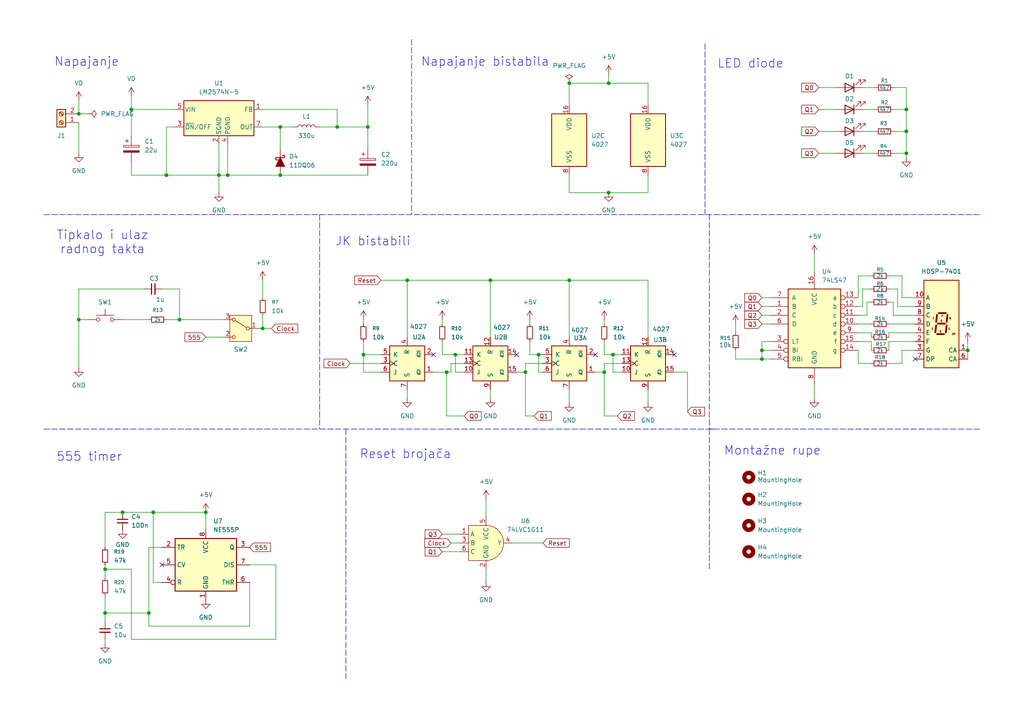
<source format=kicad_sch>
(kicad_sch (version 20250114) (generator "eeschema") (generator_version "9.0")
  (paper "A4")
  (title_block (title "BCD brojač") (date "2025-10-21") (rev "0") (company "TVZ - Tehničko Veleučilište u Zagrebu") (comment 1 "Izradio: Josip Bosnić"))
  (lib_symbols
    (symbol "4xxx:4027" (pin_names (offset 1.016))
      (property "Reference" "U" (at -7.62 8.89 0))
      (property "Value" "4027" (at -7.62 -8.89 0))
      (symbol "4027_1_1"
        (pin input line (at -7.62 2.54 0) (length 2.54) (name "J") (number "6"))
        (pin input clock (at -7.62 0 0) (length 2.54) (name "C") (number "3"))
        (pin input line (at -7.62 -2.54 0) (length 2.54) (name "K") (number "5"))
        (pin input line (at 0 7.62 270) (length 2.54) (name "S") (number "7"))
        (pin input line (at 0 -7.62 90) (length 2.54) (name "R") (number "4"))
        (pin output line (at 7.62 2.54 180) (length 2.54) (name "Q") (number "1"))
        (pin output line (at 7.62 -2.54 180) (length 2.54) (name "~{Q}") (number "2"))
      )
      (symbol "4027_2_1"
        (pin input line (at -7.62 2.54 0) (length 2.54) (name "J") (number "10"))
        (pin input clock (at -7.62 0 0) (length 2.54) (name "C") (number "13"))
        (pin input line (at -7.62 -2.54 0) (length 2.54) (name "K") (number "11"))
        (pin input line (at 0 7.62 270) (length 2.54) (name "S") (number "9"))
        (pin input line (at 0 -7.62 90) (length 2.54) (name "R") (number "12"))
        (pin output line (at 7.62 2.54 180) (length 2.54) (name "Q") (number "15"))
        (pin output line (at 7.62 -2.54 180) (length 2.54) (name "~{Q}") (number "14"))
      )
      (symbol "4027_3_0"
        (pin power_in line (at 0 10.16 270) (length 2.54) (name "VDD") (number "16"))
        (pin power_in line (at 0 -10.16 90) (length 2.54) (name "VSS") (number "8"))
      )
    )
    (symbol "74xx:74LS47" (pin_names (offset 1.016))
      (property "Reference" "U" (at -7.62 11.43 0))
      (property "Value" "74LS47" (at -7.62 -13.97 0))
      (symbol "74LS47_1_0"
        (pin input line (at -12.7 7.62 0) (length 5.08) (name "A") (number "7"))
        (pin input line (at -12.7 5.08 0) (length 5.08) (name "B") (number "1"))
        (pin input line (at -12.7 2.54 0) (length 5.08) (name "C") (number "2"))
        (pin input line (at -12.7 0 0) (length 5.08) (name "D") (number "6"))
        (pin input inverted (at -12.7 -5.08 0) (length 5.08) (name "LT") (number "3"))
        (pin input inverted (at -12.7 -7.62 0) (length 5.08) (name "BI") (number "4"))
        (pin input inverted (at -12.7 -10.16 0) (length 5.08) (name "RBI") (number "5"))
        (pin power_in line (at 0 15.24 270) (length 5.08) (name "VCC") (number "16"))
        (pin power_in line (at 0 -17.78 90) (length 5.08) (name "GND") (number "8"))
        (pin open_collector inverted (at 12.7 7.62 180) (length 5.08) (name "a") (number "13"))
        (pin open_collector inverted (at 12.7 5.08 180) (length 5.08) (name "b") (number "12"))
        (pin open_collector inverted (at 12.7 2.54 180) (length 5.08) (name "c") (number "11"))
        (pin open_collector inverted (at 12.7 0 180) (length 5.08) (name "d") (number "10"))
        (pin open_collector inverted (at 12.7 -2.54 180) (length 5.08) (name "e") (number "9"))
        (pin open_collector inverted (at 12.7 -5.08 180) (length 5.08) (name "f") (number "15"))
        (pin open_collector inverted (at 12.7 -7.62 180) (length 5.08) (name "g") (number "14"))
      )
    )
    (symbol "Connector:Screw_Terminal_01x02" (pin_names (offset 1.016) (hide yes))
      (property "Reference" "J" (at 0 2.54 0))
      (property "Value" "Screw_Terminal_01x02" (at 0 -5.08 0))
      (symbol "Screw_Terminal_01x02_1_1"
        (pin passive line (at -5.08 0 0) (length 3.81) (name "Pin_1") (number "1"))
        (pin passive line (at -5.08 -2.54 0) (length 3.81) (name "Pin_2") (number "2"))
      )
    )
    (symbol "Device:C_Polarized" (pin_numbers (hide yes)) (pin_names (offset 0.254))
      (property "Reference" "C" (at 0.635 2.54 0))
      (property "Value" "C_Polarized" (at 0.635 -2.54 0))
      (symbol "C_Polarized_1_1"
        (pin passive line (at 0 3.81 270) (length 2.794) (name "~") (number "1"))
        (pin passive line (at 0 -3.81 90) (length 2.794) (name "~") (number "2"))
      )
    )
    (symbol "Device:C_Small" (pin_numbers (hide yes)) (pin_names (offset 0.254) (hide yes))
      (property "Reference" "C" (at 0.254 1.778 0))
      (property "Value" "C_Small" (at 0.254 -2.032 0))
      (symbol "C_Small_1_1"
        (pin passive line (at 0 2.54 270) (length 2.032) (name "~") (number "1"))
        (pin passive line (at 0 -2.54 90) (length 2.032) (name "~") (number "2"))
      )
    )
    (symbol "Device:D_Schottky_Filled" (pin_numbers (hide yes)) (pin_names (offset 1.016) (hide yes))
      (property "Reference" "D" (at 0 2.54 0))
      (property "Value" "D_Schottky_Filled" (at 0 -2.54 0))
      (symbol "D_Schottky_Filled_1_1"
        (pin passive line (at -3.81 0 0) (length 2.54) (name "K") (number "1"))
        (pin passive line (at 3.81 0 180) (length 2.54) (name "A") (number "2"))
      )
    )
    (symbol "Device:L" (pin_numbers (hide yes)) (pin_names (offset 1.016) (hide yes))
      (property "Reference" "L" (at -1.27 0 90))
      (property "Value" "L" (at 1.905 0 90))
      (symbol "L_1_1"
        (pin passive line (at 0 3.81 270) (length 1.27) (name "1") (number "1"))
        (pin passive line (at 0 -3.81 90) (length 1.27) (name "2") (number "2"))
      )
    )
    (symbol "Device:LED" (pin_numbers (hide yes)) (pin_names (offset 1.016) (hide yes))
      (property "Reference" "D" (at 0 2.54 0))
      (property "Value" "LED" (at 0 -2.54 0))
      (symbol "LED_1_1"
        (pin passive line (at -3.81 0 0) (length 2.54) (name "K") (number "1"))
        (pin passive line (at 3.81 0 180) (length 2.54) (name "A") (number "2"))
      )
    )
    (symbol "Device:R_Small" (pin_numbers (hide yes)) (pin_names (offset 0.254) (hide yes))
      (property "Reference" "R" (at 0 0 90))
      (property "Value" "R_Small" (at 1.778 0 90))
      (symbol "R_Small_1_1"
        (pin passive line (at 0 2.54 270) (length 0.762) (name "~") (number "1"))
        (pin passive line (at 0 -2.54 90) (length 0.762) (name "~") (number "2"))
      )
    )
    (symbol "Display_Character:HDSP-7401"
      (property "Reference" "U" (at -3.81 13.97 0))
      (property "Value" "HDSP-7401" (at 6.35 13.97 0))
      (symbol "HDSP-7401_1_0"
        (text "E" (at -2.54 -1.397 0) (effects (font (size 0.508 0.508))))
        (text "F" (at -2.286 1.651 0) (effects (font (size 0.508 0.508))))
        (text "D" (at -0.254 -2.159 0) (effects (font (size 0.508 0.508))))
        (text "G" (at 0 0.889 0) (effects (font (size 0.508 0.508))))
        (text "A" (at 0.254 2.413 0) (effects (font (size 0.508 0.508))))
        (text "C" (at 2.286 -1.397 0) (effects (font (size 0.508 0.508))))
        (text "B" (at 2.54 1.651 0) (effects (font (size 0.508 0.508))))
        (text "DP" (at 3.556 -2.921 0) (effects (font (size 0.508 0.508))))
      )
      (symbol "HDSP-7401_1_1"
        (pin input line (at -7.62 7.62 0) (length 2.54) (name "A") (number "10"))
        (pin input line (at -7.62 5.08 0) (length 2.54) (name "B") (number "9"))
        (pin input line (at -7.62 2.54 0) (length 2.54) (name "C") (number "8"))
        (pin input line (at -7.62 0 0) (length 2.54) (name "D") (number "5"))
        (pin input line (at -7.62 -2.54 0) (length 2.54) (name "E") (number "4"))
        (pin input line (at -7.62 -5.08 0) (length 2.54) (name "F") (number "2"))
        (pin input line (at -7.62 -7.62 0) (length 2.54) (name "G") (number "3"))
        (pin input line (at -7.62 -10.16 0) (length 2.54) (name "DP") (number "7"))
        (pin input line (at 7.62 -7.62 180) (length 2.54) (name "CA") (number "1"))
        (pin input line (at 7.62 -10.16 180) (length 2.54) (name "CA") (number "6"))
      )
    )
    (symbol "Mechanical:MountingHole" (pin_names (offset 1.016)) (in_bom no)
      (property "Reference" "H" (at 0 5.08 0))
      (property "Value" "MountingHole" (at 0 3.175 0))
    )
    (symbol "Regulator_Switching:LM2574N-5" (pin_names (offset 0.254))
      (property "Reference" "U" (at -10.16 6.35 0))
      (property "Value" "LM2574N-5" (at 0 6.35 0))
      (symbol "LM2574N-5_1_1"
        (pin power_in line (at -12.7 2.54 0) (length 2.54) (name "VIN") (number "5"))
        (pin input line (at -12.7 -2.54 0) (length 2.54) (name "~{ON}/OFF") (number "3"))
        (pin no_connect line (at -10.16 0 0) (length 2.54) (hide yes) (name "NC") (number "6"))
        (pin power_in line (at 0 -7.62 90) (length 2.54) (name "SGND") (number "2"))
        (pin power_in line (at 2.54 -7.62 90) (length 2.54) (name "PGND") (number "4"))
        (pin no_connect line (at 10.16 0 180) (length 2.54) (hide yes) (name "NC") (number "8"))
        (pin input line (at 12.7 2.54 180) (length 2.54) (name "FB") (number "1"))
        (pin output line (at 12.7 -2.54 180) (length 2.54) (name "OUT") (number "7"))
      )
    )
    (symbol "SN74LVC1G11:SN74LVC1G11"
      (property "Reference" "U?" (at -5.08 2.54 0))
      (symbol "SN74LVC1G11_1_1"
        (pin input line (at -7.62 -2.54 0) (length 2.54) (name "A") (number "1"))
        (pin input line (at -7.62 -5.08 0) (length 2.54) (name "B") (number "3"))
        (pin input line (at -7.62 -7.62 0) (length 2.54) (name "C") (number "6"))
        (pin power_in line (at 0 2.54 270) (length 2.54) (name "VCC") (number "5"))
        (pin power_out line (at 0 -12.7 90) (length 2.54) (name "GND") (number "2"))
        (pin output line (at 7.62 -5.08 180) (length 2.54) (name "Y") (number "4"))
      )
    )
    (symbol "Switch:SW_Push" (pin_numbers (hide yes)) (pin_names (offset 1.016) (hide yes))
      (property "Reference" "SW" (at 1.27 2.54 0))
      (property "Value" "SW_Push" (at 0 -1.524 0))
      (symbol "SW_Push_0_1"
        (pin passive line (at -5.08 0 0) (length 2.54) (name "1") (number "1"))
        (pin passive line (at 5.08 0 180) (length 2.54) (name "2") (number "2"))
      )
    )
    (symbol "Switch:SW_SPDT_312" (pin_names (offset 1) (hide yes))
      (property "Reference" "SW" (at 0 5.08 0))
      (property "Value" "SW_SPDT_312" (at 0 -5.08 0))
      (symbol "SW_SPDT_312_1_1"
        (pin passive line (at -5.08 0 0) (length 2.54) (name "B") (number "1"))
        (pin passive line (at 5.08 2.54 180) (length 2.54) (name "A") (number "3"))
        (pin passive line (at 5.08 -2.54 180) (length 2.54) (name "C") (number "2"))
      )
    )
    (symbol "Timer:NE555P"
      (property "Reference" "U" (at -10.16 8.89 0))
      (property "Value" "NE555P" (at 2.54 8.89 0))
      (symbol "NE555P_0_0"
        (pin power_in line (at 0 10.16 270) (length 2.54) (name "VCC") (number "8"))
        (pin power_in line (at 0 -10.16 90) (length 2.54) (name "GND") (number "1"))
      )
      (symbol "NE555P_1_1"
        (pin input line (at -12.7 5.08 0) (length 3.81) (name "TR") (number "2"))
        (pin input line (at -12.7 0 0) (length 3.81) (name "CV") (number "5"))
        (pin input inverted (at -12.7 -5.08 0) (length 3.81) (name "R") (number "4"))
        (pin output line (at 12.7 5.08 180) (length 3.81) (name "Q") (number "3"))
        (pin input line (at 12.7 0 180) (length 3.81) (name "DIS") (number "7"))
        (pin input line (at 12.7 -5.08 180) (length 3.81) (name "THR") (number "6"))
      )
    )
    (symbol "power:+5V" (power) (pin_numbers (hide yes)) (pin_names (offset 0) (hide yes))
      (property "Value" "+5V" (at 0 3.556 0))
      (symbol "+5V_1_1"
        (pin power_in line (at 0 0 90) (length 0) (name "~") (number "1"))
      )
    )
    (symbol "power:GND" (power) (pin_numbers (hide yes)) (pin_names (offset 0) (hide yes))
      (property "Value" "GND" (at 0 -3.81 0))
      (symbol "GND_1_1"
        (pin power_in line (at 0 0 270) (length 0) (name "~") (number "1"))
      )
    )
    (symbol "power:PWR_FLAG" (power) (pin_numbers (hide yes)) (pin_names (offset 0) (hide yes))
      (property "Value" "PWR_FLAG" (at 0 3.81 0))
      (symbol "PWR_FLAG_0_0"
        (pin power_out line (at 0 0 90) (length 0) (name "~") (number "1"))
      )
    )
    (symbol "power:VD" (power) (pin_numbers (hide yes)) (pin_names (offset 0) (hide yes))
      (property "Value" "VD" (at 0 3.556 0))
      (symbol "VD_1_1"
        (pin power_in line (at 0 0 90) (length 0) (name "~") (number "1"))
      )
    )
  )
  (text "LED diode" (at 217.678 18.542 0) (effects (font (size 2.54 2.54))))
  (text "Tipkalo i ulaz\nradnog takta" (at 29.718 70.358 0) (effects (font (size 2.54 2.54))))
  (text "Napajanje" (at 25.146 18.034 0) (effects (font (size 2.54 2.54))))
  (text "555 timer" (at 25.908 132.588 0) (effects (font (size 2.54 2.54))))
  (text "Napajanje bistabila" (at 140.716 18.034 0) (effects (font (size 2.54 2.54))))
  (text "Reset brojača" (at 117.602 131.826 0) (effects (font (size 2.54 2.54))))
  (text "JK bistabili" (at 108.204 70.104 0) (effects (font (size 2.54 2.54))))
  (text "Montažne rupe" (at 224.028 130.81 0) (effects (font (size 2.54 2.54))))
  (junction (at 43.18 177.8))
  (junction (at 105.41 102.87))
  (junction (at 152.4 107.95))
  (junction (at 177.8 102.87))
  (junction (at 97.79 36.83))
  (junction (at 156.21 102.87))
  (junction (at 81.28 36.83))
  (junction (at 165.1 81.28))
  (junction (at 76.2 95.25))
  (junction (at 22.86 92.71))
  (junction (at 175.26 107.95))
  (junction (at 262.89 44.45))
  (junction (at 262.89 38.1))
  (junction (at 30.48 177.8))
  (junction (at 176.53 55.88))
  (junction (at 165.1 24.13))
  (junction (at 59.69 148.59))
  (junction (at 220.98 104.14))
  (junction (at 142.24 81.28))
  (junction (at 220.98 101.6))
  (junction (at 106.68 36.83))
  (junction (at 129.54 107.95))
  (junction (at 30.48 165.1))
  (junction (at 81.28 50.8))
  (junction (at 66.04 50.8))
  (junction (at 52.07 92.71))
  (junction (at 35.56 148.59))
  (junction (at 132.08 102.87))
  (junction (at 176.53 24.13))
  (junction (at 262.89 31.75))
  (junction (at 48.26 50.8))
  (junction (at 63.5 50.8))
  (junction (at 280.67 101.6))
  (junction (at 38.1 31.75))
  (junction (at 22.86 33.02))
  (junction (at 44.45 148.59))
  (junction (at 118.11 81.28))
  (no_connect (at 172.72 102.87))
  (no_connect (at 265.43 104.14))
  (no_connect (at 46.99 163.83))
  (no_connect (at 149.86 102.87))
  (no_connect (at 195.58 102.87))
  (no_connect (at 125.73 102.87))
  (wire (pts (xy 130.81 105.41) (xy 134.62 105.41)))
  (wire (pts (xy 22.86 92.71) (xy 25.4 92.71)))
  (wire (pts (xy 48.26 36.83) (xy 48.26 50.8)))
  (wire (pts (xy 153.67 92.71) (xy 153.67 93.98)))
  (wire (pts (xy 250.19 31.75) (xy 254 31.75)))
  (wire (pts (xy 22.86 29.21) (xy 22.86 33.02)))
  (wire (pts (xy 156.21 102.87) (xy 157.48 102.87)))
  (wire (pts (xy 220.98 91.44) (xy 223.52 91.44)))
  (wire (pts (xy 76.2 91.44) (xy 76.2 95.25)))
  (wire (pts (xy 43.18 177.8) (xy 43.18 181.61)))
  (wire (pts (xy 128.27 99.06) (xy 128.27 102.87)))
  (wire (pts (xy 175.26 120.65) (xy 175.26 107.95)))
  (polyline (pts (xy 12.7 124.46) (xy 284.48 124.46)) (stroke (width 0) (type dash)))
  (wire (pts (xy 165.1 24.13) (xy 176.53 24.13)))
  (wire (pts (xy 175.26 102.87) (xy 175.26 99.06)))
  (wire (pts (xy 38.1 185.42) (xy 38.1 165.1)))
  (wire (pts (xy 172.72 107.95) (xy 175.26 107.95)))
  (wire (pts (xy 80.01 163.83) (xy 80.01 185.42)))
  (wire (pts (xy 72.39 181.61) (xy 43.18 181.61)))
  (wire (pts (xy 97.79 36.83) (xy 92.71 36.83)))
  (wire (pts (xy 257.81 101.6) (xy 257.81 99.06)))
  (wire (pts (xy 110.49 81.28) (xy 118.11 81.28)))
  (wire (pts (xy 237.49 25.4) (xy 242.57 25.4)))
  (wire (pts (xy 257.81 97.79) (xy 257.81 96.52)))
  (wire (pts (xy 250.19 44.45) (xy 254 44.45)))
  (polyline (pts (xy 100.33 124.46) (xy 100.33 196.85)) (stroke (width 0) (type dash)))
  (wire (pts (xy 76.2 81.28) (xy 76.2 86.36)))
  (wire (pts (xy 129.54 120.65) (xy 134.62 120.65)))
  (wire (pts (xy 118.11 97.79) (xy 118.11 81.28)))
  (wire (pts (xy 30.48 177.8) (xy 30.48 180.34)))
  (wire (pts (xy 81.28 36.83) (xy 81.28 43.18)))
  (wire (pts (xy 213.36 104.14) (xy 220.98 104.14)))
  (wire (pts (xy 259.08 44.45) (xy 262.89 44.45)))
  (wire (pts (xy 140.97 144.78) (xy 140.97 149.86)))
  (wire (pts (xy 180.34 102.87) (xy 177.8 102.87)))
  (polyline (pts (xy 204.47 12.7) (xy 204.47 62.23)) (stroke (width 0) (type dash)))
  (wire (pts (xy 38.1 31.75) (xy 38.1 39.37)))
  (wire (pts (xy 177.8 102.87) (xy 175.26 102.87)))
  (wire (pts (xy 261.62 86.36) (xy 265.43 86.36)))
  (wire (pts (xy 153.67 99.06) (xy 153.67 102.87)))
  (wire (pts (xy 248.92 80.01) (xy 252.73 80.01)))
  (wire (pts (xy 252.73 99.06) (xy 252.73 101.6)))
  (wire (pts (xy 128.27 160.02) (xy 133.35 160.02)))
  (wire (pts (xy 30.48 165.1) (xy 30.48 167.64)))
  (wire (pts (xy 257.81 80.01) (xy 261.62 80.01)))
  (wire (pts (xy 262.89 25.4) (xy 262.89 31.75)))
  (wire (pts (xy 223.52 99.06) (xy 220.98 99.06)))
  (wire (pts (xy 259.08 87.63) (xy 257.81 87.63)))
  (wire (pts (xy 128.27 154.94) (xy 133.35 154.94)))
  (wire (pts (xy 250.19 25.4) (xy 254 25.4)))
  (wire (pts (xy 106.68 36.83) (xy 106.68 43.18)))
  (wire (pts (xy 128.27 92.71) (xy 128.27 93.98)))
  (wire (pts (xy 257.81 96.52) (xy 265.43 96.52)))
  (wire (pts (xy 72.39 163.83) (xy 80.01 163.83)))
  (wire (pts (xy 259.08 87.63) (xy 259.08 91.44)))
  (wire (pts (xy 237.49 44.45) (xy 242.57 44.45)))
  (wire (pts (xy 262.89 31.75) (xy 262.89 38.1)))
  (wire (pts (xy 176.53 24.13) (xy 187.96 24.13)))
  (wire (pts (xy 213.36 101.6) (xy 213.36 104.14)))
  (wire (pts (xy 48.26 50.8) (xy 63.5 50.8)))
  (wire (pts (xy 130.81 157.48) (xy 133.35 157.48)))
  (wire (pts (xy 262.89 38.1) (xy 262.89 44.45)))
  (wire (pts (xy 132.08 107.95) (xy 132.08 102.87)))
  (wire (pts (xy 142.24 81.28) (xy 165.1 81.28)))
  (wire (pts (xy 220.98 86.36) (xy 223.52 86.36)))
  (wire (pts (xy 261.62 80.01) (xy 261.62 86.36)))
  (wire (pts (xy 35.56 148.59) (xy 44.45 148.59)))
  (wire (pts (xy 252.73 96.52) (xy 252.73 97.79)))
  (wire (pts (xy 156.21 107.95) (xy 157.48 107.95)))
  (wire (pts (xy 48.26 92.71) (xy 52.07 92.71)))
  (wire (pts (xy 30.48 177.8) (xy 43.18 177.8)))
  (wire (pts (xy 187.96 24.13) (xy 187.96 30.48)))
  (wire (pts (xy 248.92 105.41) (xy 248.92 101.6)))
  (wire (pts (xy 22.86 35.56) (xy 22.86 44.45)))
  (wire (pts (xy 248.92 96.52) (xy 252.73 96.52)))
  (wire (pts (xy 30.48 148.59) (xy 35.56 148.59)))
  (wire (pts (xy 38.1 46.99) (xy 38.1 50.8)))
  (wire (pts (xy 63.5 50.8) (xy 63.5 55.88)))
  (wire (pts (xy 66.04 50.8) (xy 81.28 50.8)))
  (wire (pts (xy 140.97 165.1) (xy 140.97 168.91)))
  (wire (pts (xy 130.81 107.95) (xy 129.54 107.95)))
  (wire (pts (xy 165.1 50.8) (xy 165.1 55.88)))
  (wire (pts (xy 105.41 107.95) (xy 105.41 102.87)))
  (wire (pts (xy 74.93 95.25) (xy 76.2 95.25)))
  (wire (pts (xy 134.62 107.95) (xy 132.08 107.95)))
  (wire (pts (xy 129.54 120.65) (xy 129.54 107.95)))
  (wire (pts (xy 248.92 99.06) (xy 252.73 99.06)))
  (wire (pts (xy 46.99 168.91) (xy 44.45 168.91)))
  (wire (pts (xy 52.07 92.71) (xy 64.77 92.71)))
  (wire (pts (xy 251.46 87.63) (xy 252.73 87.63)))
  (wire (pts (xy 81.28 36.83) (xy 85.09 36.83)))
  (wire (pts (xy 248.92 91.44) (xy 251.46 91.44)))
  (polyline (pts (xy 119.38 11.43) (xy 119.38 62.23)) (stroke (width 0) (type dash)))
  (wire (pts (xy 176.53 21.59) (xy 176.53 24.13)))
  (wire (pts (xy 80.01 185.42) (xy 38.1 185.42)))
  (wire (pts (xy 105.41 99.06) (xy 105.41 102.87)))
  (wire (pts (xy 30.48 158.75) (xy 30.48 148.59)))
  (wire (pts (xy 130.81 107.95) (xy 130.81 105.41)))
  (wire (pts (xy 154.94 120.65) (xy 152.4 120.65)))
  (wire (pts (xy 152.4 120.65) (xy 152.4 107.95)))
  (wire (pts (xy 280.67 101.6) (xy 280.67 104.14)))
  (wire (pts (xy 46.99 83.82) (xy 52.07 83.82)))
  (wire (pts (xy 237.49 31.75) (xy 242.57 31.75)))
  (wire (pts (xy 165.1 113.03) (xy 165.1 116.84)))
  (wire (pts (xy 257.81 83.82) (xy 260.35 83.82)))
  (wire (pts (xy 153.67 102.87) (xy 156.21 102.87)))
  (wire (pts (xy 165.1 30.48) (xy 165.1 24.13)))
  (wire (pts (xy 30.48 185.42) (xy 30.48 186.69)))
  (wire (pts (xy 220.98 93.98) (xy 223.52 93.98)))
  (wire (pts (xy 220.98 88.9) (xy 223.52 88.9)))
  (wire (pts (xy 156.21 102.87) (xy 156.21 107.95)))
  (wire (pts (xy 142.24 81.28) (xy 142.24 97.79)))
  (wire (pts (xy 250.19 83.82) (xy 252.73 83.82)))
  (wire (pts (xy 187.96 55.88) (xy 187.96 50.8)))
  (wire (pts (xy 236.22 111.76) (xy 236.22 115.57)))
  (wire (pts (xy 110.49 107.95) (xy 105.41 107.95)))
  (wire (pts (xy 257.81 105.41) (xy 261.62 105.41)))
  (wire (pts (xy 43.18 158.75) (xy 43.18 177.8)))
  (wire (pts (xy 118.11 113.03) (xy 118.11 115.57)))
  (wire (pts (xy 236.22 73.66) (xy 236.22 78.74)))
  (wire (pts (xy 59.69 148.59) (xy 59.69 153.67)))
  (wire (pts (xy 105.41 102.87) (xy 110.49 102.87)))
  (wire (pts (xy 175.26 105.41) (xy 180.34 105.41)))
  (wire (pts (xy 220.98 101.6) (xy 223.52 101.6)))
  (wire (pts (xy 250.19 88.9) (xy 250.19 83.82)))
  (wire (pts (xy 22.86 106.68) (xy 22.86 92.71)))
  (wire (pts (xy 38.1 165.1) (xy 30.48 165.1)))
  (wire (pts (xy 165.1 81.28) (xy 187.96 81.28)))
  (wire (pts (xy 97.79 36.83) (xy 106.68 36.83)))
  (wire (pts (xy 257.81 99.06) (xy 265.43 99.06)))
  (wire (pts (xy 38.1 50.8) (xy 48.26 50.8)))
  (polyline (pts (xy 92.71 62.23) (xy 92.71 124.46)) (stroke (width 0) (type dash)))
  (wire (pts (xy 251.46 91.44) (xy 251.46 87.63)))
  (wire (pts (xy 142.24 113.03) (xy 142.24 115.57)))
  (polyline (pts (xy 205.74 62.23) (xy 205.74 124.46)) (stroke (width 0) (type dash)))
  (wire (pts (xy 250.19 38.1) (xy 254 38.1)))
  (wire (pts (xy 128.27 102.87) (xy 132.08 102.87)))
  (wire (pts (xy 259.08 91.44) (xy 265.43 91.44)))
  (wire (pts (xy 260.35 88.9) (xy 265.43 88.9)))
  (wire (pts (xy 213.36 93.98) (xy 213.36 96.52)))
  (wire (pts (xy 175.26 107.95) (xy 175.26 105.41)))
  (wire (pts (xy 199.39 107.95) (xy 195.58 107.95)))
  (wire (pts (xy 44.45 148.59) (xy 59.69 148.59)))
  (polyline (pts (xy 12.7 62.23) (xy 284.48 62.23)) (stroke (width 0) (type dash)))
  (wire (pts (xy 105.41 92.71) (xy 105.41 93.98)))
  (wire (pts (xy 261.62 105.41) (xy 261.62 101.6)))
  (wire (pts (xy 199.39 119.38) (xy 199.39 107.95)))
  (wire (pts (xy 220.98 99.06) (xy 220.98 101.6)))
  (wire (pts (xy 132.08 102.87) (xy 134.62 102.87)))
  (wire (pts (xy 41.91 83.82) (xy 22.86 83.82)))
  (wire (pts (xy 81.28 50.8) (xy 106.68 50.8)))
  (wire (pts (xy 187.96 113.03) (xy 187.96 116.84)))
  (wire (pts (xy 259.08 38.1) (xy 262.89 38.1)))
  (wire (pts (xy 35.56 92.71) (xy 43.18 92.71)))
  (wire (pts (xy 101.6 105.41) (xy 110.49 105.41)))
  (wire (pts (xy 50.8 36.83) (xy 48.26 36.83)))
  (wire (pts (xy 259.08 25.4) (xy 262.89 25.4)))
  (wire (pts (xy 46.99 158.75) (xy 43.18 158.75)))
  (wire (pts (xy 280.67 99.06) (xy 280.67 101.6)))
  (wire (pts (xy 257.81 93.98) (xy 265.43 93.98)))
  (wire (pts (xy 262.89 44.45) (xy 262.89 45.72)))
  (wire (pts (xy 176.53 55.88) (xy 187.96 55.88)))
  (wire (pts (xy 52.07 83.82) (xy 52.07 92.71)))
  (wire (pts (xy 44.45 148.59) (xy 44.45 168.91)))
  (wire (pts (xy 118.11 81.28) (xy 142.24 81.28)))
  (wire (pts (xy 30.48 163.83) (xy 30.48 165.1)))
  (wire (pts (xy 22.86 83.82) (xy 22.86 92.71)))
  (wire (pts (xy 66.04 41.91) (xy 66.04 50.8)))
  (wire (pts (xy 63.5 50.8) (xy 66.04 50.8)))
  (wire (pts (xy 165.1 55.88) (xy 176.53 55.88)))
  (wire (pts (xy 152.4 107.95) (xy 152.4 105.41)))
  (wire (pts (xy 259.08 31.75) (xy 262.89 31.75)))
  (wire (pts (xy 179.07 120.65) (xy 175.26 120.65)))
  (wire (pts (xy 187.96 81.28) (xy 187.96 97.79)))
  (wire (pts (xy 59.69 97.79) (xy 64.77 97.79)))
  (wire (pts (xy 175.26 92.71) (xy 175.26 93.98)))
  (wire (pts (xy 261.62 101.6) (xy 265.43 101.6)))
  (wire (pts (xy 165.1 81.28) (xy 165.1 97.79)))
  (wire (pts (xy 220.98 101.6) (xy 220.98 104.14)))
  (wire (pts (xy 177.8 107.95) (xy 180.34 107.95)))
  (wire (pts (xy 252.73 105.41) (xy 248.92 105.41)))
  (polyline (pts (xy 205.74 124.46) (xy 205.74 165.1)) (stroke (width 0) (type dash)))
  (wire (pts (xy 30.48 172.72) (xy 30.48 177.8)))
  (wire (pts (xy 248.92 86.36) (xy 248.92 80.01)))
  (polyline (pts (xy 205.74 124.46) (xy 207.01 124.46)) (stroke (width 0) (type dash)))
  (wire (pts (xy 148.59 157.48) (xy 157.48 157.48)))
  (wire (pts (xy 97.79 31.75) (xy 97.79 36.83)))
  (wire (pts (xy 248.92 88.9) (xy 250.19 88.9)))
  (wire (pts (xy 106.68 30.48) (xy 106.68 36.83)))
  (wire (pts (xy 152.4 105.41) (xy 157.48 105.41)))
  (wire (pts (xy 177.8 102.87) (xy 177.8 107.95)))
  (wire (pts (xy 76.2 31.75) (xy 97.79 31.75)))
  (wire (pts (xy 237.49 38.1) (xy 242.57 38.1)))
  (wire (pts (xy 72.39 168.91) (xy 72.39 181.61)))
  (wire (pts (xy 129.54 107.95) (xy 125.73 107.95)))
  (wire (pts (xy 260.35 83.82) (xy 260.35 88.9)))
  (wire (pts (xy 76.2 95.25) (xy 78.74 95.25)))
  (wire (pts (xy 50.8 31.75) (xy 38.1 31.75)))
  (wire (pts (xy 248.92 93.98) (xy 252.73 93.98)))
  (wire (pts (xy 63.5 41.91) (xy 63.5 50.8)))
  (wire (pts (xy 22.86 33.02) (xy 25.4 33.02)))
  (wire (pts (xy 76.2 36.83) (xy 81.28 36.83)))
  (wire (pts (xy 38.1 27.94) (xy 38.1 31.75)))
  (wire (pts (xy 220.98 104.14) (xy 223.52 104.14)))
  (wire (pts (xy 152.4 107.95) (xy 149.86 107.95)))
  (global_label "Q0" (shape input) (at 134.62 120.65 0) (property "Intersheetrefs" "${INTERSHEET_REFS}" (effects (hide yes))))
  (global_label "Q2" (shape input) (at 179.07 120.65 0) (property "Intersheetrefs" "${INTERSHEET_REFS}" (effects (hide yes))))
  (global_label "Q0" (shape input) (at 237.49 25.4 180) (property "Intersheetrefs" "${INTERSHEET_REFS}" (effects (hide yes))))
  (global_label "Q1" (shape input) (at 128.27 160.02 180) (property "Intersheetrefs" "${INTERSHEET_REFS}" (effects (hide yes))))
  (global_label "Q1" (shape input) (at 237.49 31.75 180) (property "Intersheetrefs" "${INTERSHEET_REFS}" (effects (hide yes))))
  (global_label "Q1" (shape input) (at 220.98 88.9 180) (property "Intersheetrefs" "${INTERSHEET_REFS}" (effects (hide yes))))
  (global_label "Clock" (shape input) (at 130.81 157.48 180) (property "Intersheetrefs" "${INTERSHEET_REFS}" (effects (hide yes))))
  (global_label "Reset" (shape input) (at 110.49 81.28 180) (property "Intersheetrefs" "${INTERSHEET_REFS}" (effects (hide yes))))
  (global_label "Q2" (shape input) (at 237.49 38.1 180) (property "Intersheetrefs" "${INTERSHEET_REFS}" (effects (hide yes))))
  (global_label "Q2" (shape input) (at 220.98 91.44 180) (property "Intersheetrefs" "${INTERSHEET_REFS}" (effects (hide yes))))
  (global_label "Q3" (shape input) (at 220.98 93.98 180) (property "Intersheetrefs" "${INTERSHEET_REFS}" (effects (hide yes))))
  (global_label "Reset" (shape input) (at 157.48 157.48 0) (property "Intersheetrefs" "${INTERSHEET_REFS}" (effects (hide yes))))
  (global_label "Q0" (shape input) (at 220.98 86.36 180) (property "Intersheetrefs" "${INTERSHEET_REFS}" (effects (hide yes))))
  (global_label "Q1" (shape input) (at 154.94 120.65 0) (property "Intersheetrefs" "${INTERSHEET_REFS}" (effects (hide yes))))
  (global_label "555" (shape input) (at 72.39 158.75 0) (property "Intersheetrefs" "${INTERSHEET_REFS}" (effects (hide yes))))
  (global_label "Clock" (shape input) (at 78.74 95.25 0) (property "Intersheetrefs" "${INTERSHEET_REFS}" (effects (hide yes))))
  (global_label "Q3" (shape input) (at 237.49 44.45 180) (property "Intersheetrefs" "${INTERSHEET_REFS}" (effects (hide yes))))
  (global_label "555" (shape input) (at 59.69 97.79 180) (property "Intersheetrefs" "${INTERSHEET_REFS}" (effects (hide yes))))
  (global_label "Q3" (shape input) (at 199.39 119.38 0) (property "Intersheetrefs" "${INTERSHEET_REFS}" (effects (hide yes))))
  (global_label "Q3" (shape input) (at 128.27 154.94 180) (property "Intersheetrefs" "${INTERSHEET_REFS}" (effects (hide yes))))
  (global_label "Clock" (shape input) (at 101.6 105.41 180) (property "Intersheetrefs" "${INTERSHEET_REFS}" (effects (hide yes))))
  (symbol (lib_id "Switch:SW_Push") (at 30.48 92.71 0) (unit 1)
    (property "Reference" "SW1" (at 30.48 87.63 0))
    (property "Value" "SW_Push" (effects (hide yes)))
    (property "Footprint" "Button_Switch_THT:SW_PUSH_6mm_H4.3mm" (effects (hide yes)))
    (property "Description" "Push button switch, generic, two pins" (effects (hide yes)))
    (property "Manufacturer " "microswitch TACT " (effects (hide yes)))
    (property "Manufacturer Part Number " "TACT-64N-F " (effects (hide yes)))
  )
  (symbol (lib_id "Device:LED") (at 246.38 44.45 180) (unit 1)
    (property "Reference" "D5" (at 246.38 41.402 0))
    (property "Value" "LED" (effects (hide yes)))
    (property "Description" "Light emitting diode" (effects (hide yes)))
    (property "Sim.Pins" "1=K 2=A" (effects (hide yes)))
  )
  (symbol (lib_id "power:+5V") (at 105.41 92.71 0) (unit 1)
    (property "Reference" "#PWR021" (effects (hide yes)))
    (property "Value" "+5V" (at 105.41 87.63 0))
    (property "Description" "Power symbol creates a global label with name \"+5V\"" (effects (hide yes)))
  )
  (symbol (lib_id "power:GND") (at 22.86 44.45 0) (unit 1)
    (property "Reference" "#PWR09" (effects (hide yes)))
    (property "Value" "GND" (at 22.86 49.53 0))
    (property "Description" "Power symbol creates a global label with name \"GND\" , ground" (effects (hide yes)))
  )
  (symbol (lib_id "power:GND") (at 30.48 186.69 0) (unit 1)
    (property "Reference" "#PWR03" (effects (hide yes)))
    (property "Value" "GND" (at 30.48 191.77 0))
    (property "Description" "Power symbol creates a global label with name \"GND\" , ground" (effects (hide yes)))
  )
  (symbol (lib_id "power:+5V") (at 59.69 148.59 0) (unit 1)
    (property "Reference" "#PWR02" (effects (hide yes)))
    (property "Value" "+5V" (at 59.69 143.51 0))
    (property "Description" "Power symbol creates a global label with name \"+5V\"" (effects (hide yes)))
  )
  (symbol (lib_id "power:GND") (at 35.56 153.67 0) (unit 1)
    (property "Reference" "#PWR04" (effects (hide yes)))
    (property "Value" "GND" (at 35.56 157.988 0))
    (property "Description" "Power symbol creates a global label with name \"GND\" , ground" (effects (hide yes)))
  )
  (symbol (lib_id "power:GND") (at 59.69 173.99 0) (unit 1)
    (property "Reference" "#PWR01" (effects (hide yes)))
    (property "Value" "GND" (at 59.69 179.07 0))
    (property "Description" "Power symbol creates a global label with name \"GND\" , ground" (effects (hide yes)))
  )
  (symbol (lib_id "Device:LED") (at 246.38 25.4 180) (unit 1)
    (property "Reference" "D1" (at 246.38 22.098 0))
    (property "Value" "LED" (effects (hide yes)))
    (property "Description" "Light emitting diode" (effects (hide yes)))
    (property "Sim.Pins" "1=K 2=A" (effects (hide yes)))
  )
  (symbol (lib_id "Mechanical:MountingHole") (at 217.17 138.43 0) (unit 1) (in_bom no)
    (property "Reference" "H1" (at 219.71 137.1599 0) (effects (justify left)))
    (property "Value" "MountingHole" (at 219.71 139.192 0) (effects (justify left)))
    (property "Description" "Mounting Hole without connection" (effects (hide yes)))
  )
  (symbol (lib_id "power:VD") (at 38.1 27.94 0) (unit 1)
    (property "Reference" "#PWR08" (effects (hide yes)))
    (property "Value" "VD" (at 38.1 22.86 0))
    (property "Description" "Power symbol creates a global label with name \"VD\"" (effects (hide yes)))
  )
  (symbol (lib_id "Device:R_Small") (at 45.72 92.71 90) (unit 1)
    (property "Reference" "R13" (at 45.72 89.916 90) (effects (font (size 1.016 1.016))))
    (property "Value" "2k" (at 45.72 92.71 90) (effects (font (size 1.016 1.016))))
    (property "Footprint" "Resistor_SMD:R_1206_3216Metric_Pad1.30x1.75mm_HandSolder" (effects (hide yes)))
    (property "Description" "Resistor, small symbol" (effects (hide yes)))
    (property "Manufacturer" "ROYALOHM " (effects (hide yes)))
    (property "Manufacturer Part Number " "1206S4F2001T5E " (effects (hide yes)))
  )
  (symbol (lib_id "power:GND") (at 236.22 115.57 0) (unit 1)
    (property "Reference" "#PWR026" (effects (hide yes)))
    (property "Value" "GND" (at 236.22 120.65 0))
    (property "Description" "Power symbol creates a global label with name \"GND\" , ground" (effects (hide yes)))
  )
  (symbol (lib_id "4xxx:4027") (at 165.1 105.41 0) (mirror x) (unit 1)
    (property "Reference" "U3" (at 166.37 98.044 0) (effects (justify left)))
    (property "Value" "4027" (at 165.608 95.758 0) (effects (justify left)))
    (property "Datasheet" "http://www.intersil.com/content/dam/Intersil/documents/cd40/cd4027bms.pdf" (effects (hide yes)))
    (property "Description" "Dual JK FlipFlop, set & reset" (effects (hide yes)))
  )
  (symbol (lib_id "Device:C_Polarized") (at 38.1 43.18 0) (unit 1)
    (property "Reference" "C1" (at 41.91 41.0209 0) (effects (justify left)))
    (property "Value" "22u" (at 41.91 43.5609 0) (effects (justify left)))
    (property "Footprint" "Capacitor_THT:CP_Radial_D5.0mm_P2.00mm" (effects (hide yes)))
    (property "Description" "Polarized capacitor" (effects (hide yes)))
    (property "Manufacturer " "AISHI " (effects (hide yes)))
    (property "Manufacturer Part Number " "EWH1EM220D11OT " (effects (hide yes)))
  )
  (symbol (lib_id "power:+5V") (at 153.67 92.71 0) (unit 1)
    (property "Reference" "#PWR023" (effects (hide yes)))
    (property "Value" "+5V" (at 153.67 87.63 0))
    (property "Description" "Power symbol creates a global label with name \"+5V\"" (effects (hide yes)))
  )
  (symbol (lib_id "4xxx:4027") (at 187.96 105.41 0) (mirror x) (unit 2)
    (property "Reference" "U3" (at 189.484 98.552 0) (effects (justify left)))
    (property "Value" "4027" (at 189.23 95.504 0) (effects (justify left)))
    (property "Datasheet" "http://www.intersil.com/content/dam/Intersil/documents/cd40/cd4027bms.pdf" (effects (hide yes)))
    (property "Description" "Dual JK FlipFlop, set & reset" (effects (hide yes)))
  )
  (symbol (lib_id "Device:R_Small") (at 76.2 88.9 0) (unit 1)
    (property "Reference" "R7" (at 78.74 87.6299 0) (effects (font (size 1.016 1.016)) (justify left)))
    (property "Value" "10k" (at 78.74 90.1699 0) (effects (justify left)))
    (property "Footprint" "Resistor_SMD:R_1206_3216Metric_Pad1.30x1.75mm_HandSolder" (effects (hide yes)))
    (property "Description" "Resistor, small symbol" (effects (hide yes)))
  )
  (symbol (lib_id "Device:C_Small") (at 30.48 182.88 0) (unit 1)
    (property "Reference" "C5" (at 33.02 181.6162 0) (effects (justify left)))
    (property "Value" "10u" (at 33.02 184.1562 0) (effects (justify left)))
    (property "Footprint" "Capacitor_SMD:C_1206_3216Metric_Pad1.33x1.80mm_HandSolder" (effects (hide yes)))
    (property "Description" "Unpolarized capacitor, small symbol" (effects (hide yes)))
    (property "Manufacturer" "SAMSUNG " (effects (hide yes)))
    (property "Manufacturer Part Number" "CL31A106KBHNNNE " (effects (hide yes)))
  )
  (symbol (lib_id "Device:R_Small") (at 30.48 170.18 0) (unit 1)
    (property "Reference" "R20" (at 33.02 168.9099 0) (effects (font (size 1.016 1.016)) (justify left)))
    (property "Value" "47k" (at 33.02 171.4499 0) (effects (justify left)))
    (property "Footprint" "Resistor_SMD:R_1206_3216Metric_Pad1.30x1.75mm_HandSolder" (effects (hide yes)))
    (property "Description" "Resistor, small symbol" (effects (hide yes)))
    (property "Manufacturer" "ROYALOHM" (effects (hide yes)))
    (property "Manufacturer Part Number" "1206S4J0473T5E " (effects (hide yes)))
  )
  (symbol (lib_id "power:+5V") (at 176.53 21.59 0) (unit 1)
    (property "Reference" "#PWR015" (effects (hide yes)))
    (property "Value" "+5V" (at 176.53 16.51 0))
    (property "Description" "Power symbol creates a global label with name \"+5V\"" (effects (hide yes)))
  )
  (symbol (lib_id "power:+5V") (at 106.68 30.48 0) (unit 1)
    (property "Reference" "#PWR011" (effects (hide yes)))
    (property "Value" "+5V" (at 106.68 25.4 0))
    (property "Description" "Power symbol creates a global label with name \"+5V\"" (effects (hide yes)))
  )
  (symbol (lib_id "Device:R_Small") (at 153.67 96.52 0) (unit 1)
    (property "Reference" "R11" (at 156.21 95.2499 0) (effects (font (size 1.016 1.016)) (justify left)))
    (property "Value" "10k" (at 156.21 97.7899 0) (effects (justify left)))
    (property "Footprint" "Resistor_SMD:R_1206_3216Metric_Pad1.30x1.75mm_HandSolder" (effects (hide yes)))
    (property "Description" "Resistor, small symbol" (effects (hide yes)))
  )
  (symbol (lib_id "power:+5V") (at 236.22 73.66 0) (unit 1)
    (property "Reference" "#PWR025" (effects (hide yes)))
    (property "Value" "+5V" (at 236.22 68.58 0))
    (property "Description" "Power symbol creates a global label with name \"+5V\"" (effects (hide yes)))
  )
  (symbol (lib_id "Device:R_Small") (at 128.27 96.52 0) (unit 1)
    (property "Reference" "R10" (at 130.81 95.2499 0) (effects (font (size 1.016 1.016)) (justify left)))
    (property "Value" "10k" (at 130.81 97.7899 0) (effects (justify left)))
    (property "Footprint" "Resistor_SMD:R_1206_3216Metric_Pad1.30x1.75mm_HandSolder" (effects (hide yes)))
    (property "Description" "Resistor, small symbol" (effects (hide yes)))
  )
  (symbol (lib_id "Mechanical:MountingHole") (at 217.17 152.4 0) (unit 1) (in_bom no)
    (property "Reference" "H3" (at 219.71 151.1299 0) (effects (justify left)))
    (property "Value" "MountingHole" (at 219.71 153.6699 0) (effects (justify left)))
    (property "Description" "Mounting Hole without connection" (effects (hide yes)))
  )
  (symbol (lib_id "power:GND") (at 22.86 106.68 0) (unit 1)
    (property "Reference" "#PWR05" (effects (hide yes)))
    (property "Value" "GND" (at 22.86 111.76 0))
    (property "Description" "Power symbol creates a global label with name \"GND\" , ground" (effects (hide yes)))
  )
  (symbol (lib_id "Device:R_Small") (at 255.27 80.01 90) (mirror x) (unit 1)
    (property "Reference" "R5" (at 255.27 78.232 90) (effects (font (size 1.016 1.016))))
    (property "Value" "2k" (at 255.27 80.01 90) (effects (font (size 1.016 1.016))))
    (property "Description" "Resistor, small symbol" (effects (hide yes)))
  )
  (symbol (lib_id "power:+5V") (at 76.2 81.28 0) (unit 1)
    (property "Reference" "#PWR06" (effects (hide yes)))
    (property "Value" "+5V" (at 76.2 76.2 0))
    (property "Description" "Power symbol creates a global label with name \"+5V\"" (effects (hide yes)))
  )
  (symbol (lib_id "Device:C_Small") (at 35.56 151.13 0) (unit 1)
    (property "Reference" "C4" (at 38.1 149.8662 0) (effects (justify left)))
    (property "Value" "100n" (at 38.1 152.4062 0) (effects (justify left)))
    (property "Footprint" "Capacitor_SMD:C_1206_3216Metric_Pad1.33x1.80mm_HandSolder" (effects (hide yes)))
    (property "Description" "Unpolarized capacitor, small symbol" (effects (hide yes)))
    (property "Manufacturer " "SAMSUNG " (effects (hide yes)))
    (property "Manufacturer Part Number " "CL31B104KBCNNNC " (effects (hide yes)))
  )
  (symbol (lib_id "Device:R_Small") (at 256.54 38.1 90) (unit 1)
    (property "Reference" "R3" (at 256.286 35.814 90) (effects (font (size 1.016 1.016))))
    (property "Value" "4k7" (at 256.54 38.1 90) (effects (font (size 1.016 1.016))))
    (property "Description" "Resistor, small symbol" (effects (hide yes)))
  )
  (symbol (lib_id "power:GND") (at 165.1 116.84 0) (unit 1)
    (property "Reference" "#PWR019" (effects (hide yes)))
    (property "Value" "GND" (at 165.1 121.92 0))
    (property "Description" "Power symbol creates a global label with name \"GND\" , ground" (effects (hide yes)))
  )
  (symbol (lib_id "power:GND") (at 262.89 45.72 0) (unit 1)
    (property "Reference" "#PWR012" (effects (hide yes)))
    (property "Value" "GND" (at 262.89 50.8 0))
    (property "Description" "Power symbol creates a global label with name \"GND\" , ground" (effects (hide yes)))
  )
  (symbol (lib_id "Device:R_Small") (at 255.27 93.98 90) (unit 1)
    (property "Reference" "R14" (at 255.2318 92.3775 90) (effects (font (size 1.016 1.016))))
    (property "Value" "2k" (at 255.27 93.98 90) (effects (font (size 1.016 1.016))))
    (property "Description" "Resistor, small symbol" (effects (hide yes)))
  )
  (symbol (lib_id "power:GND") (at 142.24 115.57 0) (unit 1)
    (property "Reference" "#PWR018" (effects (hide yes)))
    (property "Value" "GND" (at 142.24 120.65 0))
    (property "Description" "Power symbol creates a global label with name \"GND\" , ground" (effects (hide yes)))
  )
  (symbol (lib_id "Device:R_Small") (at 255.27 101.6 90) (unit 1)
    (property "Reference" "R17" (at 255.524 99.822 90) (effects (font (size 1.016 1.016))))
    (property "Value" "2k" (at 255.27 101.6 90) (effects (font (size 1.016 1.016))))
    (property "Description" "Resistor, small symbol" (effects (hide yes)))
  )
  (symbol (lib_id "74xx:74LS47") (at 236.22 93.98 0) (unit 1)
    (property "Reference" "U4" (at 238.3633 78.74 0) (effects (justify left)))
    (property "Value" "74LS47" (at 238.3633 81.28 0) (effects (justify left)))
    (property "Datasheet" "http://www.ti.com/lit/gpn/sn74LS47" (effects (hide yes)))
    (property "Description" "BCD to 7-segment Driver, Open Collector, 30V outputs" (effects (hide yes)))
  )
  (symbol (lib_id "power:GND") (at 176.53 55.88 0) (unit 1)
    (property "Reference" "#PWR016" (effects (hide yes)))
    (property "Value" "GND" (at 176.53 60.96 0))
    (property "Description" "Power symbol creates a global label with name \"GND\" , ground" (effects (hide yes)))
  )
  (symbol (lib_id "Mechanical:MountingHole") (at 217.17 160.02 0) (unit 1) (in_bom no)
    (property "Reference" "H4" (at 219.71 158.7499 0) (effects (justify left)))
    (property "Value" "MountingHole" (at 219.71 161.2899 0) (effects (justify left)))
    (property "Description" "Mounting Hole without connection" (effects (hide yes)))
  )
  (symbol (lib_id "Device:LED") (at 246.38 38.1 180) (unit 1)
    (property "Reference" "D3" (at 246.38 35.052 0))
    (property "Value" "LED" (effects (hide yes)))
    (property "Description" "Light emitting diode" (effects (hide yes)))
    (property "Sim.Pins" "1=K 2=A" (effects (hide yes)))
  )
  (symbol (lib_id "Device:R_Small") (at 256.54 25.4 90) (unit 1)
    (property "Reference" "R1" (at 256.54 23.368 90) (effects (font (size 1.016 1.016))))
    (property "Value" "4k7" (at 256.54 25.4 90) (effects (font (size 1.016 1.016))))
    (property "Description" "Resistor, small symbol" (effects (hide yes)))
  )
  (symbol (lib_id "Device:C_Small") (at 44.45 83.82 90) (unit 1)
    (property "Reference" "C3" (at 44.704 80.772 90))
    (property "Value" "1u" (at 46.482 86.868 90))
    (property "Footprint" "Capacitor_SMD:C_1206_3216Metric_Pad1.33x1.80mm_HandSolder" (effects (hide yes)))
    (property "Description" "Unpolarized capacitor, small symbol" (effects (hide yes)))
    (property "Manufacturer " "SAMSUNG " (effects (hide yes)))
    (property "Manufacturer Part Number " "CL31B105KBHNNNE " (effects (hide yes)))
  )
  (symbol (lib_id "power:+5V") (at 175.26 92.71 0) (unit 1)
    (property "Reference" "#PWR024" (effects (hide yes)))
    (property "Value" "+5V" (at 175.26 87.63 0))
    (property "Description" "Power symbol creates a global label with name \"+5V\"" (effects (hide yes)))
  )
  (symbol (lib_id "Device:R_Small") (at 255.27 83.82 90) (unit 1)
    (property "Reference" "R6" (at 255.27 82.296 90) (effects (font (size 1.016 1.016))))
    (property "Value" "2k" (at 255.27 83.82 90))
    (property "Description" "Resistor, small symbol" (effects (hide yes)))
  )
  (symbol (lib_id "Device:R_Small") (at 256.54 44.45 90) (unit 1)
    (property "Reference" "R4" (at 256.286 42.418 90) (effects (font (size 1.016 1.016))))
    (property "Value" "4k7" (at 256.54 44.45 90) (effects (font (size 1.016 1.016))))
    (property "Description" "Resistor, small symbol" (effects (hide yes)))
  )
  (symbol (lib_id "Device:R_Small") (at 255.27 97.79 90) (unit 1)
    (property "Reference" "R16" (at 255.27 96.266 90) (effects (font (size 1.016 1.016))))
    (property "Value" "2k" (at 255.27 97.79 90) (effects (font (size 1.016 1.016))))
    (property "Description" "Resistor, small symbol" (effects (hide yes)))
  )
  (symbol (lib_id "power:GND") (at 63.5 55.88 0) (unit 1)
    (property "Reference" "#PWR07" (effects (hide yes)))
    (property "Value" "GND" (at 63.5 60.96 0))
    (property "Description" "Power symbol creates a global label with name \"GND\" , ground" (effects (hide yes)))
  )
  (symbol (lib_id "Device:R_Small") (at 175.26 96.52 0) (unit 1)
    (property "Reference" "R12" (at 177.8 95.2499 0) (effects (font (size 1.016 1.016)) (justify left)))
    (property "Value" "10k" (at 177.8 97.7899 0) (effects (justify left)))
    (property "Footprint" "Resistor_SMD:R_1206_3216Metric_Pad1.30x1.75mm_HandSolder" (effects (hide yes)))
    (property "Description" "Resistor, small symbol" (effects (hide yes)))
  )
  (symbol (lib_id "Device:R_Small") (at 255.27 105.41 90) (unit 1)
    (property "Reference" "R18" (at 255.27 103.632 90) (effects (font (size 1.016 1.016))))
    (property "Value" "2k" (at 255.27 105.41 90) (effects (font (size 1.016 1.016))))
    (property "Description" "Resistor, small symbol" (effects (hide yes)))
  )
  (symbol (lib_id "power:+5V") (at 140.97 144.78 0) (unit 1)
    (property "Reference" "#PWR014" (effects (hide yes)))
    (property "Value" "+5V" (at 140.97 139.7 0))
    (property "Description" "Power symbol creates a global label with name \"+5V\"" (effects (hide yes)))
  )
  (symbol (lib_id "4xxx:4027") (at 165.1 40.64 0) (unit 3)
    (property "Reference" "U2" (at 171.45 39.3699 0) (effects (justify left)))
    (property "Value" "4027" (at 171.45 41.9099 0) (effects (justify left)))
    (property "Footprint" "Package_DIP:DIP-16_W7.62mm_Socket_LongPads" (effects (hide yes)))
    (property "Datasheet" "http://www.intersil.com/content/dam/Intersil/documents/cd40/cd4027bms.pdf" (effects (hide yes)))
    (property "Description" "Dual JK FlipFlop, set & reset" (effects (hide yes)))
    (property "Manufacturer " "RENESAS " (effects (hide yes)))
    (property "Manufacturer Part Number " "CD4027BMS " (effects (hide yes)))
  )
  (symbol (lib_id "Device:R_Small") (at 213.36 99.06 0) (unit 1)
    (property "Reference" "R15" (at 208.788 98.044 0) (effects (font (size 1.016 1.016)) (justify left)))
    (property "Value" "10k" (at 208.534 100.076 0) (effects (justify left)))
    (property "Description" "Resistor, small symbol" (effects (hide yes)))
  )
  (symbol (lib_id "Connector:Screw_Terminal_01x02") (at 17.78 35.56 180) (unit 1)
    (property "Reference" "J1" (at 17.78 39.37 0))
    (property "Value" "Screw_Terminal_01x02" (effects (hide yes)))
    (property "Footprint" "TerminalBlock_MetzConnect:TerminalBlock_MetzConnect_Type011_RT05502HBLC_1x02_P5.00mm_Horizontal" (effects (hide yes)))
    (property "Description" "Generic screw terminal, single row, 01x02, script generated (kicad-library-utils/schlib/autogen/connector/)" (effects (hide yes)))
    (property "Manufacturer " "DEGSON ELECTRONICS " (effects (hide yes)))
    (property "Manufacturer Part Number " "DG301-5.0-02P-12-00A(H) " (effects (hide yes)))
  )
  (symbol (lib_id "Device:R_Small") (at 255.27 87.63 90) (unit 1)
    (property "Reference" "R8" (at 255.27 85.852 90) (effects (font (size 1.016 1.016))))
    (property "Value" "2k" (at 255.27 87.63 90) (effects (font (size 1.016 1.016))))
    (property "Description" "Resistor, small symbol" (effects (hide yes)))
  )
  (symbol (lib_id "Device:R_Small") (at 256.54 31.75 90) (unit 1)
    (property "Reference" "R2" (at 256.54 29.718 90) (effects (font (size 1.016 1.016))))
    (property "Value" "4k7" (at 256.54 31.75 90) (effects (font (size 1.016 1.016))))
    (property "Description" "Resistor, small symbol" (effects (hide yes)))
  )
  (symbol (lib_id "power:PWR_FLAG") (at 165.1 24.13 0) (unit 1)
    (property "Reference" "#FLG01" (effects (hide yes)))
    (property "Value" "PWR_FLAG" (at 165.1 19.05 0))
    (property "Description" "Special symbol for telling ERC where power comes from" (effects (hide yes)))
  )
  (symbol (lib_id "power:PWR_FLAG") (at 25.4 33.02 270) (unit 1)
    (property "Reference" "#FLG02" (effects (hide yes)))
    (property "Value" "PWR_FLAG" (at 29.21 33.0199 90) (effects (justify left)))
    (property "Description" "Special symbol for telling ERC where power comes from" (effects (hide yes)))
  )
  (symbol (lib_id "Device:R_Small") (at 105.41 96.52 0) (unit 1)
    (property "Reference" "R9" (at 107.95 95.2499 0) (effects (font (size 1.016 1.016)) (justify left)))
    (property "Value" "10k" (at 107.95 97.7899 0) (effects (justify left)))
    (property "Footprint" "Resistor_SMD:R_1206_3216Metric_Pad1.30x1.75mm_HandSolder" (effects (hide yes)))
    (property "Description" "Resistor, small symbol" (effects (hide yes)))
  )
  (symbol (lib_id "Regulator_Switching:LM2574N-5") (at 63.5 34.29 0) (unit 1)
    (property "Reference" "U1" (at 63.5 24.13 0))
    (property "Value" "LM2574N-5" (at 63.5 26.67 0))
    (property "Footprint" "Package_DIP:DIP-8_W7.62mm_Socket_LongPads" (effects (hide yes)))
    (property "Datasheet" "http://www.national.com/ds/LM/LM2574.pdf" (effects (hide yes)))
    (property "Description" "5V, 0.5A SIMPLE SWITCHER® Step-Down Voltage Regulator, DIP-8" (effects (hide yes)))
    (property "Manufacturer " "ONSEMI " (effects (hide yes)))
  )
  (symbol (lib_id "power:+5V") (at 213.36 93.98 0) (unit 1)
    (property "Reference" "#PWR027" (effects (hide yes)))
    (property "Value" "+5V" (at 213.36 88.9 0))
    (property "Description" "Power symbol creates a global label with name \"+5V\"" (effects (hide yes)))
  )
  (symbol (lib_id "Switch:SW_SPDT_312") (at 69.85 95.25 0) (mirror y) (unit 1)
    (property "Reference" "SW2" (at 69.85 101.346 0))
    (property "Value" "SW_SPDT_312" (effects (hide yes)))
    (property "Description" "Switch, single pole double throw" (effects (hide yes)))
  )
  (symbol (lib_id "Device:C_Polarized") (at 106.68 46.99 0) (unit 1)
    (property "Reference" "C2" (at 110.49 44.8309 0) (effects (justify left)))
    (property "Value" "220u" (at 110.49 47.3709 0) (effects (justify left)))
    (property "Description" "Polarized capacitor" (effects (hide yes)))
  )
  (symbol (lib_id "Mechanical:MountingHole") (at 217.17 144.78 0) (unit 1) (in_bom no)
    (property "Reference" "H2" (at 219.71 143.5099 0) (effects (justify left)))
    (property "Value" "MountingHole" (at 219.71 146.0499 0) (effects (justify left)))
    (property "Description" "Mounting Hole without connection" (effects (hide yes)))
  )
  (symbol (lib_id "Device:LED") (at 246.38 31.75 180) (unit 1)
    (property "Reference" "D2" (at 246.38 28.702 0))
    (property "Value" "LED" (effects (hide yes)))
    (property "Description" "Light emitting diode" (effects (hide yes)))
    (property "Sim.Pins" "1=K 2=A" (effects (hide yes)))
  )
  (symbol (lib_id "4xxx:4027") (at 142.24 105.41 0) (mirror x) (unit 2)
    (property "Reference" "U2" (at 143.256 97.79 0) (effects (justify left)))
    (property "Value" "4027" (at 143.002 94.996 0) (effects (justify left)))
    (property "Footprint" "Package_DIP:DIP-16_W7.62mm_Socket_LongPads" (effects (hide yes)))
    (property "Datasheet" "http://www.intersil.com/content/dam/Intersil/documents/cd40/cd4027bms.pdf" (effects (hide yes)))
    (property "Description" "Dual JK FlipFlop, set & reset" (effects (hide yes)))
    (property "Manufacturer " "RENESAS " (effects (hide yes)))
    (property "Manufacturer Part Number " "CD4027BMS " (effects (hide yes)))
  )
  (symbol (lib_id "power:+5V") (at 128.27 92.71 0) (unit 1)
    (property "Reference" "#PWR022" (effects (hide yes)))
    (property "Value" "+5V" (at 128.27 87.63 0))
    (property "Description" "Power symbol creates a global label with name \"+5V\"" (effects (hide yes)))
  )
  (symbol (lib_id "Timer:NE555P") (at 59.69 163.83 0) (unit 1)
    (property "Reference" "U7" (at 61.8333 151.13 0) (effects (justify left)))
    (property "Value" "NE555P" (at 61.8333 153.67 0) (effects (justify left)))
    (property "Footprint" "Package_DIP:DIP-8_W7.62mm" (effects (hide yes)))
    (property "Datasheet" "http://www.ti.com/lit/ds/symlink/ne555.pdf" (effects (hide yes)))
    (property "Description" "Precision Timers, 555 compatible,  PDIP-8" (effects (hide yes)))
    (property "Manufacturer " "TEXAS INSTRUMENTS " (effects (hide yes)))
    (property "Manufacturer Part Number " "NE555P " (effects (hide yes)))
  )
  (symbol (lib_id "Device:D_Schottky_Filled") (at 81.28 46.99 270) (unit 1)
    (property "Reference" "D4" (at 83.82 45.4024 90) (effects (justify left)))
    (property "Value" "11DQ06" (at 83.82 47.9424 90) (effects (justify left)))
    (property "Description" "Schottky diode, filled shape" (effects (hide yes)))
  )
  (symbol (lib_id "4xxx:4027") (at 187.96 40.64 0) (unit 3)
    (property "Reference" "U3" (at 194.31 39.3699 0) (effects (justify left)))
    (property "Value" "4027" (at 194.31 41.9099 0) (effects (justify left)))
    (property "Datasheet" "http://www.intersil.com/content/dam/Intersil/documents/cd40/cd4027bms.pdf" (effects (hide yes)))
    (property "Description" "Dual JK FlipFlop, set & reset" (effects (hide yes)))
  )
  (symbol (lib_id "Device:L") (at 88.9 36.83 90) (unit 1)
    (property "Reference" "L1" (at 88.9 33.782 90))
    (property "Value" "330u" (at 88.9 39.37 90))
    (property "Description" "Inductor" (effects (hide yes)))
  )
  (symbol (lib_id "power:GND") (at 118.11 115.57 0) (unit 1)
    (property "Reference" "#PWR017" (effects (hide yes)))
    (property "Value" "GND" (at 118.11 120.65 0))
    (property "Description" "Power symbol creates a global label with name \"GND\" , ground" (effects (hide yes)))
  )
  (symbol (lib_id "power:VD") (at 22.86 29.21 0) (unit 1)
    (property "Reference" "#PWR010" (effects (hide yes)))
    (property "Value" "VD" (at 22.86 24.13 0))
    (property "Description" "Power symbol creates a global label with name \"VD\"" (effects (hide yes)))
  )
  (symbol (lib_id "Device:R_Small") (at 30.48 161.29 0) (unit 1)
    (property "Reference" "R19" (at 33.02 160.0199 0) (effects (font (size 1.016 1.016)) (justify left)))
    (property "Value" "47k" (at 33.02 162.5599 0) (effects (justify left)))
    (property "Footprint" "Resistor_SMD:R_1206_3216Metric_Pad1.30x1.75mm_HandSolder" (effects (hide yes)))
    (property "Description" "Resistor, small symbol" (effects (hide yes)))
    (property "Manufacturer " "ROYALOHM " (effects (hide yes)))
    (property "Manufacturer Part Number " "1206S4J0473T5E " (effects (hide yes)))
  )
  (symbol (lib_id "Display_Character:HDSP-7401") (at 273.05 93.98 0) (unit 1)
    (property "Reference" "U5" (at 273.05 76.2 0))
    (property "Value" "HDSP-7401" (at 273.05 78.74 0))
    (property "Footprint" "Display_7Segment:HDSP-7401" (effects (hide yes)))
    (property "Datasheet" "https://docs.broadcom.com/docs/AV02-2553EN" (effects (hide yes)))
    (property "Description" "One digit 7 segment yellow, common anode" (effects (hide yes)))
  )
  (symbol (lib_id "SN74LVC1G11:SN74LVC1G11") (at 140.97 152.4 0) (unit 1)
    (property "Reference" "U6" (at 152.4 151.0598 0))
    (property "Value" "74LVC1G11" (at 152.4 153.5998 0))
    (property "Footprint" "SOT-23-6:SOT-23-6" (effects (hide yes)))
    (property "Manufacturer" "TEXAS INSTRUMENTS " (effects (hide yes)))
    (property "Manufacturer Part Number " "SN74LVC1G11DBVR " (effects (hide yes)))
  )
  (symbol (lib_id "4xxx:4027") (at 118.11 105.41 0) (mirror x) (unit 1)
    (property "Reference" "U2" (at 119.634 97.79 0) (effects (justify left)))
    (property "Value" "4027" (at 118.872 94.742 0) (effects (justify left)))
    (property "Footprint" "Package_DIP:DIP-16_W7.62mm_Socket_LongPads" (effects (hide yes)))
    (property "Datasheet" "http://www.intersil.com/content/dam/Intersil/documents/cd40/cd4027bms.pdf" (effects (hide yes)))
    (property "Description" "Dual JK FlipFlop, set & reset" (effects (hide yes)))
    (property "Manufacturer " "RENESAS " (effects (hide yes)))
    (property "Manufacturer Part Number " "CD4027BMS " (effects (hide yes)))
  )
  (symbol (lib_id "power:GND") (at 140.97 168.91 0) (unit 1)
    (property "Reference" "#PWR013" (effects (hide yes)))
    (property "Value" "GND" (at 140.97 173.99 0))
    (property "Description" "Power symbol creates a global label with name \"GND\" , ground" (effects (hide yes)))
  )
  (symbol (lib_id "power:+5V") (at 280.67 99.06 0) (unit 1)
    (property "Reference" "#PWR028" (effects (hide yes)))
    (property "Value" "+5V" (at 280.67 93.98 0))
    (property "Description" "Power symbol creates a global label with name \"+5V\"" (effects (hide yes)))
  )
  (symbol (lib_id "power:GND") (at 187.96 116.84 0) (unit 1)
    (property "Reference" "#PWR020" (effects (hide yes)))
    (property "Value" "GND" (at 187.96 121.92 0))
    (property "Description" "Power symbol creates a global label with name \"GND\" , ground" (effects (hide yes)))
  )
)
</source>
